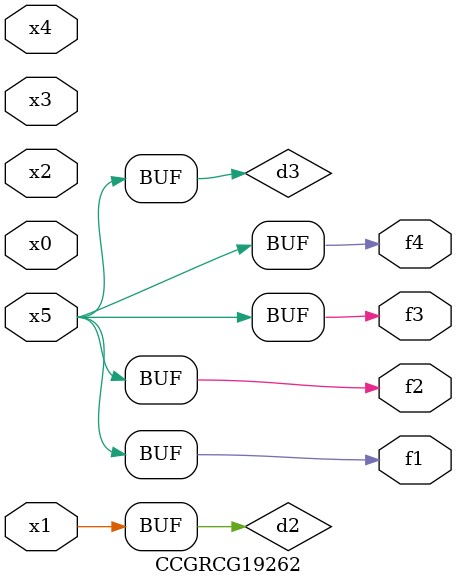
<source format=v>
module CCGRCG19262(
	input x0, x1, x2, x3, x4, x5,
	output f1, f2, f3, f4
);

	wire d1, d2, d3;

	not (d1, x5);
	or (d2, x1);
	xnor (d3, d1);
	assign f1 = d3;
	assign f2 = d3;
	assign f3 = d3;
	assign f4 = d3;
endmodule

</source>
